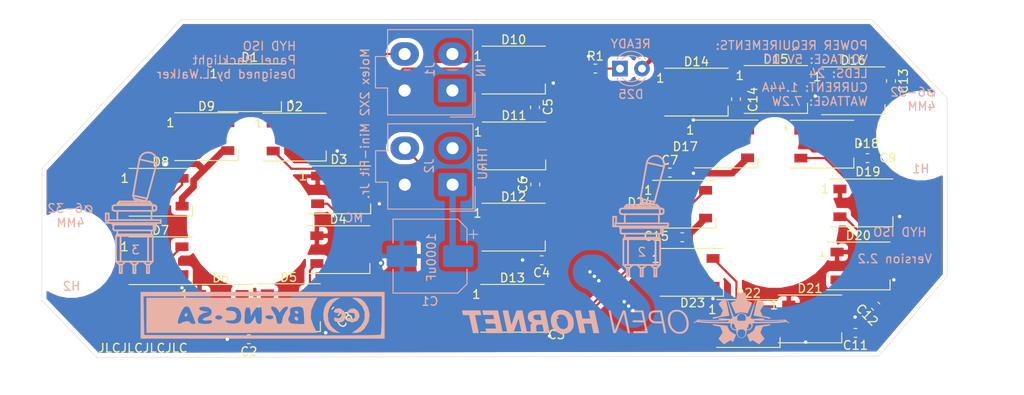
<source format=kicad_pcb>
(kicad_pcb (version 20171130) (host pcbnew "(5.1.12-1-10_14)")
  (layers (0 F.Cu signal) (31 B.Cu signal) (34 B.Paste user hide) (35 F.Paste user hide) (36 B.SilkS user) (37 F.SilkS user) (38 B.Mask user hide) (39 F.Mask user hide) (44 Edge.Cuts user))
  (net 0 "")
  (net 1 "Net-(D1-Pad2)")
  (net 2 "Net-(D2-Pad2)")
  (net 3 "Net-(D3-Pad2)")
  (net 4 "Net-(D4-Pad2)")
  (net 5 "Net-(D5-Pad2)")
  (net 6 "Net-(D7-Pad2)")
  (net 7 "Net-(D8-Pad2)")
  (net 8 "Net-(D10-Pad4)")
  (net 9 "Net-(D10-Pad2)")
  (net 10 "Net-(D11-Pad2)")
  (net 11 "Net-(D12-Pad2)")
  (net 12 "Net-(D13-Pad2)")
  (net 13 "Net-(D14-Pad2)")
  (net 14 "Net-(D15-Pad2)")
  (net 15 "Net-(D16-Pad2)")
  (net 16 "Net-(D17-Pad2)")
  (net 17 "Net-(D18-Pad2)")
  (net 18 "Net-(D19-Pad2)")
  (net 19 "Net-(D20-Pad2)")
  (net 20 "Net-(D21-Pad2)")
  (net 21 "Net-(D22-Pad2)")
  (net 22 "Net-(D23-Pad2)")
  (net 23 "Net-(D6-Pad2)")
  (net 24 "Net-(D25-Pad1)")
  (net 25 /LEDGND)
  (net 26 /LED+5V)
  (net 27 /DATAIN)
  (net 28 /DATAOUT)
  (module OH_Backlighting:Molex_Mini-Fit_Jr_5566-04A_2x02_P4.20mm_Vertical (layer B.Cu) (at 114.9858 79.36484 90)
    (fp_text reference J2 (at 2.16484 -2.6858 90) (layer B.SilkS) (effects (justify mirror)))
    (fp_text value Conn_01x04_Female)
    (pad 4 thru_hole oval (at 4.2 -5.5 90) (size 2.7 3.3) (drill 1.4) (layers *.Cu *.Mask) (net 28 /DATAOUT))
    (pad 3 thru_hole oval (at 0 -5.5 90) (size 2.7 3.3) (drill 1.4) (layers *.Cu *.Mask) (net 25 /LEDGND))
    (pad 2 thru_hole oval (at 4.2 0 90) (size 2.7 3.3) (drill 1.4) (layers *.Cu *.Mask) (net 26 /LED+5V))
    (pad 1 thru_hole roundrect (at 0 0 90) (size 2.7 3.3) (drill 1.4) (layers *.Cu *.Mask) (roundrect_rratio 0.09259296296296296) (net 26 /LED+5V))
  )
  (module OH_Backlighting:Molex_Mini-Fit_Jr_5566-04A_2x02_P4.20mm_Vertical (layer B.Cu) (at 114.96892 68.52042 90)
    (fp_text reference J1 (at 2.42042 -2.56892 90) (layer B.SilkS) (effects (justify mirror)))
    (fp_text value Conn_01x04_Female)
    (pad 4 thru_hole oval (at 4.2 -5.5 90) (size 2.7 3.3) (drill 1.4) (layers *.Cu *.Mask) (net 27 /DATAIN))
    (pad 3 thru_hole oval (at 0 -5.5 90) (size 2.7 3.3) (drill 1.4) (layers *.Cu *.Mask) (net 25 /LEDGND))
    (pad 2 thru_hole oval (at 4.2 0 90) (size 2.7 3.3) (drill 1.4) (layers *.Cu *.Mask) (net 26 /LED+5V))
    (pad 1 thru_hole roundrect (at 0 0 90) (size 2.7 3.3) (drill 1.4) (layers *.Cu *.Mask) (roundrect_rratio 0.09259296296296296) (net 26 /LED+5V))
  )
  (module OH_General:CC-BY-NC-SA-Small (layer B.Cu) (at 93.2 94.4 180)
    (fp_text reference G*** hide)
    (fp_text value LOGO hide)
  )
  (module "OH KiCAD_Libraries:OH_LOGO_37.7mm_5.9mm" (layer B.Cu) (at 134.925 94.775 180)
    (fp_text reference G3 hide)
    (fp_text value LOGO hide)
  )
  (module OH_Backlighting:OH_Panel_6-32_PHS (layer F.Cu) (at 168.901109 73.724776)
    (fp_text reference REF** hide)
    (fp_text value OH_Panel_Fastner_Keepout hide)
    (fp_text user H1 (at 0 3.81) (layer B.SilkS) (effects (justify mirror)))
    (fp_text user ⌀6-32 (at -0.851109 -5.024776) (layer B.SilkS) (effects (justify mirror)))
    (pad "" np_thru_hole circle (at 0 0) (size 4.3 4.3) (drill 4.3) (layers *.Cu *.Mask) (clearance 3))
  )
  (module OH_Backlighting:OH_Panel_6-32_PHS (layer F.Cu) (at 71.111109 87.250276)
    (fp_text reference REF** hide)
    (fp_text value OH_Panel_Fastner_Keepout hide)
    (fp_text user H2 (at 0 3.81) (layer B.SilkS) (effects (justify mirror)))
    (fp_text user ⌀6-32 (at -0.1 -5.16) (layer B.SilkS) (effects (justify mirror)))
    (pad "" np_thru_hole circle (at 0 0) (size 4.3 4.3) (drill 4.3) (layers *.Cu *.Mask) (clearance 3))
  )
  (module OH_Backlighting:100SPX_Toggle_13mm_x_18mm (layer F.Cu) (at 152.073609 83.884776 180)
    (fp_text reference REF** hide)
    (fp_text value 100SPX_Toggle_13mm_x_18mm hide)
    (pad "" np_thru_hole circle (at 0 0 180) (size 12.7 12.7) (drill 12.7) (layers *.Mask B.Cu) (clearance 3.25))
    (pad "" np_thru_hole circle (at 0 0 180) (size 12.7 12.7) (drill 12.7) (layers *.Mask F.Cu) (clearance 1))
    (pad "" np_thru_hole circle (at 0 9.525 180) (size 3.572 3.572) (drill 3.572) (layers *.Cu *.Mask) (clearance 1))
  )
  (module OH_Backlighting:100SPX_Toggle_13mm_x_18mm (layer F.Cu) (at 91.748609 83.884776 180)
    (fp_text reference REF** hide)
    (fp_text value 100SPX_Toggle_13mm_x_18mm hide)
    (pad "" np_thru_hole circle (at 0 0 180) (size 12.7 12.7) (drill 12.7) (layers *.Mask B.Cu) (clearance 3.25))
    (pad "" np_thru_hole circle (at 0 0 180) (size 12.7 12.7) (drill 12.7) (layers *.Mask F.Cu) (clearance 1))
    (pad "" np_thru_hole circle (at 0 9.525 180) (size 3.572 3.572) (drill 3.572) (layers *.Cu *.Mask) (clearance 1))
  )
  (module Resistor_SMD:R_0603_1608Metric (layer F.Cu) (at 131.43494 65.99682)
    (fp_text reference R1 (at 0 -1.43) (layer F.SilkS))
    (fp_text value R)
    (pad 2 smd roundrect (at 0.7875 0) (size 0.875 0.95) (layers F.Cu F.Paste F.Mask) (net 24 "Net-(D25-Pad1)"))
    (pad 1 smd roundrect (at -0.7875 0) (size 0.875 0.95) (layers F.Cu F.Paste F.Mask) (net 25 /LEDGND))
  )
  (module Capacitor_SMD:C_0603_1608Metric (layer F.Cu) (at 141.43726 85.4202)
    (fp_text reference C15 (at -2.98726 -0.1202) (layer F.SilkS))
    (fp_text value C)
    (pad 2 smd roundrect (at 0.7875 0) (size 0.875 0.95) (layers F.Cu F.Paste F.Mask) (net 25 /LEDGND))
    (pad 1 smd roundrect (at -0.7875 0) (size 0.875 0.95) (layers F.Cu F.Paste F.Mask) (net 26 /LED+5V))
  )
  (module Capacitor_SMD:C_0603_1608Metric (layer F.Cu) (at 147.6248 69.51462 270)
    (fp_text reference C14 (at 0.03538 -1.9502 90) (layer F.SilkS))
    (fp_text value C)
    (pad 2 smd roundrect (at 0.7875 0 270) (size 0.875 0.95) (layers F.Cu F.Paste F.Mask) (net 25 /LEDGND))
    (pad 1 smd roundrect (at -0.7875 0 270) (size 0.875 0.95) (layers F.Cu F.Paste F.Mask) (net 26 /LED+5V))
  )
  (module Capacitor_SMD:C_0603_1608Metric (layer F.Cu) (at 165.47084 67.42948 270)
    (fp_text reference C13 (at 0 -1.43 90) (layer F.SilkS))
    (fp_text value C)
    (pad 2 smd roundrect (at 0.7875 0 270) (size 0.875 0.95) (layers F.Cu F.Paste F.Mask) (net 25 /LEDGND))
    (pad 1 smd roundrect (at -0.7875 0 270) (size 0.875 0.95) (layers F.Cu F.Paste F.Mask) (net 26 /LED+5V))
  )
  (module Capacitor_SMD:C_0603_1608Metric (layer F.Cu) (at 163.710033 93.344413 135)
    (fp_text reference C12 (at 0 -1.43 135) (layer F.SilkS))
    (fp_text value C)
    (pad 2 smd roundrect (at 0.7875 0 135) (size 0.875 0.95) (layers F.Cu F.Paste F.Mask) (net 25 /LEDGND))
    (pad 1 smd roundrect (at -0.7875 0 135) (size 0.875 0.95) (layers F.Cu F.Paste F.Mask) (net 26 /LED+5V))
  )
  (module Capacitor_SMD:C_0603_1608Metric (layer F.Cu) (at 161.379 96.42856 180)
    (fp_text reference C11 (at 0 -1.43) (layer F.SilkS))
    (fp_text value C)
    (pad 2 smd roundrect (at 0.7875 0 180) (size 0.875 0.95) (layers F.Cu F.Paste F.Mask) (net 25 /LEDGND))
    (pad 1 smd roundrect (at -0.7875 0 180) (size 0.875 0.95) (layers F.Cu F.Paste F.Mask) (net 26 /LED+5V))
  )
  (module Capacitor_SMD:C_0603_1608Metric (layer F.Cu) (at 162.76056 76.30414 180)
    (fp_text reference C9 (at -2.33944 0.02914) (layer F.SilkS))
    (fp_text value C)
    (pad 2 smd roundrect (at 0.7875 0 180) (size 0.875 0.95) (layers F.Cu F.Paste F.Mask) (net 25 /LEDGND))
    (pad 1 smd roundrect (at -0.7875 0 180) (size 0.875 0.95) (layers F.Cu F.Paste F.Mask) (net 26 /LED+5V))
  )
  (module Capacitor_SMD:C_0603_1608Metric (layer F.Cu) (at 101.563853 93.937407 225)
    (fp_text reference C8 (at 0 -1.43 45) (layer F.SilkS))
    (fp_text value C)
    (pad 2 smd roundrect (at 0.7875 0 225) (size 0.875 0.95) (layers F.Cu F.Paste F.Mask) (net 25 /LEDGND))
    (pad 1 smd roundrect (at -0.7875 0 225) (size 0.875 0.95) (layers F.Cu F.Paste F.Mask) (net 26 /LED+5V))
  )
  (module Capacitor_SMD:C_0603_1608Metric (layer F.Cu) (at 140.00998 77.97292)
    (fp_text reference C7 (at 0 -1.43) (layer F.SilkS))
    (fp_text value C)
    (pad 2 smd roundrect (at 0.7875 0) (size 0.875 0.95) (layers F.Cu F.Paste F.Mask) (net 25 /LEDGND))
    (pad 1 smd roundrect (at -0.7875 0) (size 0.875 0.95) (layers F.Cu F.Paste F.Mask) (net 26 /LED+5V))
  )
  (module Capacitor_SMD:C_0603_1608Metric (layer F.Cu) (at 124.5108 79.34442 90)
    (fp_text reference C6 (at 0 -1.43 90) (layer F.SilkS))
    (fp_text value C)
    (pad 2 smd roundrect (at 0.7875 0 90) (size 0.875 0.95) (layers F.Cu F.Paste F.Mask) (net 25 /LEDGND))
    (pad 1 smd roundrect (at -0.7875 0 90) (size 0.875 0.95) (layers F.Cu F.Paste F.Mask) (net 26 /LED+5V))
  )
  (module Capacitor_SMD:C_0603_1608Metric (layer F.Cu) (at 124.48032 70.46966 90)
    (fp_text reference C5 (at 0.06966 1.49468 90) (layer F.SilkS))
    (fp_text value C)
    (pad 2 smd roundrect (at 0.7875 0 90) (size 0.875 0.95) (layers F.Cu F.Paste F.Mask) (net 25 /LEDGND))
    (pad 1 smd roundrect (at -0.7875 0 90) (size 0.875 0.95) (layers F.Cu F.Paste F.Mask) (net 26 /LED+5V))
  )
  (module Capacitor_SMD:C_0603_1608Metric (layer F.Cu) (at 125.2473 88.06942 180)
    (fp_text reference C4 (at 0 -1.43) (layer F.SilkS))
    (fp_text value C)
    (pad 2 smd roundrect (at 0.7875 0 180) (size 0.875 0.95) (layers F.Cu F.Paste F.Mask) (net 25 /LEDGND))
    (pad 1 smd roundrect (at -0.7875 0 180) (size 0.875 0.95) (layers F.Cu F.Paste F.Mask) (net 26 /LED+5V))
  )
  (module Capacitor_SMD:C_0603_1608Metric (layer F.Cu) (at 126.96962 95.20682 180)
    (fp_text reference C3 (at 0 -1.43) (layer F.SilkS))
    (fp_text value C)
    (pad 2 smd roundrect (at 0.7875 0 180) (size 0.875 0.95) (layers F.Cu F.Paste F.Mask) (net 25 /LEDGND))
    (pad 1 smd roundrect (at -0.7875 0 180) (size 0.875 0.95) (layers F.Cu F.Paste F.Mask) (net 26 /LED+5V))
  )
  (module Capacitor_SMD:C_0603_1608Metric (layer F.Cu) (at 91.529 97.15754 180)
    (fp_text reference C2 (at 0 -1.43) (layer F.SilkS))
    (fp_text value C)
    (pad 2 smd roundrect (at 0.7875 0 180) (size 0.875 0.95) (layers F.Cu F.Paste F.Mask) (net 25 /LEDGND))
    (pad 1 smd roundrect (at -0.7875 0 180) (size 0.875 0.95) (layers F.Cu F.Paste F.Mask) (net 26 /LED+5V))
  )
  (module "Kicad Footprint Files:100SpxToggle" (layer F.Cu) (at 137.287 84.328)
    (fp_text reference G*** hide)
    (fp_text value LOGO hide)
  )
  (module "Kicad Footprint Files:100SpxToggle" (layer F.Cu) (at 78.867 83.947)
    (fp_text reference G*** hide)
    (fp_text value LOGO hide)
  )
  (module Capacitor_SMD:CP_Elec_8x10 (layer B.Cu) (at 112.39246 87.5919 180)
    (fp_text reference C1 (at 0.01746 -5.2081) (layer B.SilkS) (effects (justify mirror)))
    (fp_text value C_Polarized)
    (pad 2 smd roundrect (at 3.25 0 180) (size 3.5 2.5) (layers B.Cu B.Paste B.Mask) (roundrect_rratio 0.1) (net 25 /LEDGND))
    (pad 1 smd roundrect (at -3.25 0 180) (size 3.5 2.5) (layers B.Cu B.Paste B.Mask) (roundrect_rratio 0.1) (net 26 /LED+5V))
  )
  (module LED_THT:LED_D3.0mm (layer B.Cu) (at 134.26 66)
    (fp_text reference D25 (at 1.27 2.96 180) (layer B.SilkS) (effects (justify mirror)))
    (fp_text value LED)
    (pad 2 thru_hole circle (at 2.54 0) (size 1.8 1.8) (drill 0.9) (layers *.Cu *.Mask) (net 26 /LED+5V))
    (pad 1 thru_hole rect (at 0 0) (size 1.8 1.8) (drill 0.9) (layers *.Cu *.Mask) (net 24 "Net-(D25-Pad1)"))
  )
  (module LED_SMD:LED_WS2812B_PLCC4_5.0x5.0mm_P3.2mm (layer F.Cu) (at 156.1476 94.818)
    (fp_text reference D21 (at 0 -3.5) (layer F.SilkS))
    (fp_text value WS2812B)
    (fp_text user 1 (at -4.15 -1.6) (layer F.SilkS))
    (pad 1 smd rect (at -2.45 -1.6) (size 1.5 1) (layers F.Cu F.Paste F.Mask) (net 26 /LED+5V))
    (pad 2 smd rect (at -2.45 1.6) (size 1.5 1) (layers F.Cu F.Paste F.Mask) (net 20 "Net-(D21-Pad2)"))
    (pad 4 smd rect (at 2.45 -1.6) (size 1.5 1) (layers F.Cu F.Paste F.Mask) (net 19 "Net-(D20-Pad2)"))
    (pad 3 smd rect (at 2.45 1.6) (size 1.5 1) (layers F.Cu F.Paste F.Mask) (net 25 /LEDGND))
  )
  (module LED_SMD:LED_WS2812B_PLCC4_5.0x5.0mm_P3.2mm (layer F.Cu) (at 149.0472 95.3516)
    (fp_text reference D22 (at 0 -3.5) (layer F.SilkS))
    (fp_text value WS2812B)
    (fp_text user 1 (at -4.15 -1.6) (layer F.SilkS))
    (pad 1 smd rect (at -2.45 -1.6) (size 1.5 1) (layers F.Cu F.Paste F.Mask) (net 26 /LED+5V))
    (pad 2 smd rect (at -2.45 1.6) (size 1.5 1) (layers F.Cu F.Paste F.Mask) (net 21 "Net-(D22-Pad2)"))
    (pad 4 smd rect (at 2.45 -1.6) (size 1.5 1) (layers F.Cu F.Paste F.Mask) (net 20 "Net-(D21-Pad2)"))
    (pad 3 smd rect (at 2.45 1.6) (size 1.5 1) (layers F.Cu F.Paste F.Mask) (net 25 /LEDGND))
  )
  (module LED_SMD:LED_WS2812B_PLCC4_5.0x5.0mm_P3.2mm (layer F.Cu) (at 161.708 88.722)
    (fp_text reference D20 (at 0 -3.5) (layer F.SilkS))
    (fp_text value WS2812B)
    (fp_text user 1 (at -4.15 -1.6) (layer F.SilkS))
    (pad 1 smd rect (at -2.45 -1.6) (size 1.5 1) (layers F.Cu F.Paste F.Mask) (net 26 /LED+5V))
    (pad 2 smd rect (at -2.45 1.6) (size 1.5 1) (layers F.Cu F.Paste F.Mask) (net 19 "Net-(D20-Pad2)"))
    (pad 4 smd rect (at 2.45 -1.6) (size 1.5 1) (layers F.Cu F.Paste F.Mask) (net 18 "Net-(D19-Pad2)"))
    (pad 3 smd rect (at 2.45 1.6) (size 1.5 1) (layers F.Cu F.Paste F.Mask) (net 25 /LEDGND))
  )
  (module LED_SMD:LED_WS2812B_PLCC4_5.0x5.0mm_P3.2mm (layer F.Cu) (at 142.5332 89.4588)
    (fp_text reference D23 (at 0.0918 3.5162) (layer F.SilkS))
    (fp_text value WS2812B)
    (fp_text user 1 (at -4.15 -1.6) (layer F.SilkS))
    (pad 1 smd rect (at -2.45 -1.6) (size 1.5 1) (layers F.Cu F.Paste F.Mask) (net 26 /LED+5V))
    (pad 2 smd rect (at -2.45 1.6) (size 1.5 1) (layers F.Cu F.Paste F.Mask) (net 22 "Net-(D23-Pad2)"))
    (pad 4 smd rect (at 2.45 -1.6) (size 1.5 1) (layers F.Cu F.Paste F.Mask) (net 21 "Net-(D22-Pad2)"))
    (pad 3 smd rect (at 2.45 1.6) (size 1.5 1) (layers F.Cu F.Paste F.Mask) (net 25 /LEDGND))
  )
  (module LED_SMD:LED_WS2812B_PLCC4_5.0x5.0mm_P3.2mm (layer F.Cu) (at 162.0404 81.458)
    (fp_text reference D19 (at 0.7736 -3.5816) (layer F.SilkS))
    (fp_text value WS2812B)
    (fp_text user 1 (at -4.15 -1.6) (layer F.SilkS))
    (pad 1 smd rect (at -2.45 -1.6) (size 1.5 1) (layers F.Cu F.Paste F.Mask) (net 26 /LED+5V))
    (pad 2 smd rect (at -2.45 1.6) (size 1.5 1) (layers F.Cu F.Paste F.Mask) (net 18 "Net-(D19-Pad2)"))
    (pad 4 smd rect (at 2.45 -1.6) (size 1.5 1) (layers F.Cu F.Paste F.Mask) (net 17 "Net-(D18-Pad2)"))
    (pad 3 smd rect (at 2.45 1.6) (size 1.5 1) (layers F.Cu F.Paste F.Mask) (net 25 /LEDGND))
  )
  (module LED_SMD:LED_WS2812B_PLCC4_5.0x5.0mm_P3.2mm (layer F.Cu) (at 141.6696 81.61)
    (fp_text reference D24 (at -5.0946 -0.185) (layer F.SilkS))
    (fp_text value WS2812B)
    (fp_text user 1 (at -4.15 -1.6) (layer F.SilkS))
    (pad 1 smd rect (at -2.45 -1.6) (size 1.5 1) (layers F.Cu F.Paste F.Mask) (net 26 /LED+5V))
    (pad 2 smd rect (at -2.45 1.6) (size 1.5 1) (layers F.Cu F.Paste F.Mask) (net 28 /DATAOUT))
    (pad 4 smd rect (at 2.45 -1.6) (size 1.5 1) (layers F.Cu F.Paste F.Mask) (net 22 "Net-(D23-Pad2)"))
    (pad 3 smd rect (at 2.45 1.6) (size 1.5 1) (layers F.Cu F.Paste F.Mask) (net 25 /LEDGND))
  )
  (module LED_SMD:LED_WS2812B_PLCC4_5.0x5.0mm_P3.2mm (layer F.Cu) (at 157.5424 74.7012)
    (fp_text reference D18 (at 5.1192 -0.076) (layer F.SilkS))
    (fp_text value WS2812B)
    (fp_text user 1 (at -4.15 -1.6) (layer F.SilkS))
    (pad 1 smd rect (at -2.45 -1.6) (size 1.5 1) (layers F.Cu F.Paste F.Mask) (net 26 /LED+5V))
    (pad 2 smd rect (at -2.45 1.6) (size 1.5 1) (layers F.Cu F.Paste F.Mask) (net 17 "Net-(D18-Pad2)"))
    (pad 4 smd rect (at 2.45 -1.6) (size 1.5 1) (layers F.Cu F.Paste F.Mask) (net 16 "Net-(D17-Pad2)"))
    (pad 3 smd rect (at 2.45 1.6) (size 1.5 1) (layers F.Cu F.Paste F.Mask) (net 25 /LEDGND))
  )
  (module LED_SMD:LED_WS2812B_PLCC4_5.0x5.0mm_P3.2mm (layer F.Cu) (at 146.5072 74.676)
    (fp_text reference D17 (at -4.7244 0.3048) (layer F.SilkS))
    (fp_text value WS2812B)
    (fp_text user 1 (at -4.15 -1.6) (layer F.SilkS))
    (pad 1 smd rect (at -2.45 -1.6) (size 1.5 1) (layers F.Cu F.Paste F.Mask) (net 26 /LED+5V))
    (pad 2 smd rect (at -2.45 1.6) (size 1.5 1) (layers F.Cu F.Paste F.Mask) (net 16 "Net-(D17-Pad2)"))
    (pad 4 smd rect (at 2.45 -1.6) (size 1.5 1) (layers F.Cu F.Paste F.Mask) (net 15 "Net-(D16-Pad2)"))
    (pad 3 smd rect (at 2.45 1.6) (size 1.5 1) (layers F.Cu F.Paste F.Mask) (net 25 /LEDGND))
  )
  (module LED_SMD:LED_WS2812B_PLCC4_5.0x5.0mm_P3.2mm (layer F.Cu) (at 161.126 68.5544)
    (fp_text reference D16 (at 0 -3.5) (layer F.SilkS))
    (fp_text value WS2812B)
    (fp_text user 1 (at -4.15 -1.6) (layer F.SilkS))
    (pad 1 smd rect (at -2.45 -1.6) (size 1.5 1) (layers F.Cu F.Paste F.Mask) (net 26 /LED+5V))
    (pad 2 smd rect (at -2.45 1.6) (size 1.5 1) (layers F.Cu F.Paste F.Mask) (net 15 "Net-(D16-Pad2)"))
    (pad 4 smd rect (at 2.45 -1.6) (size 1.5 1) (layers F.Cu F.Paste F.Mask) (net 14 "Net-(D15-Pad2)"))
    (pad 3 smd rect (at 2.45 1.6) (size 1.5 1) (layers F.Cu F.Paste F.Mask) (net 25 /LEDGND))
  )
  (module LED_SMD:LED_WS2812B_PLCC4_5.0x5.0mm_P3.2mm (layer F.Cu) (at 152.2084 68.402)
    (fp_text reference D15 (at 0 -3.5) (layer F.SilkS))
    (fp_text value WS2812B)
    (fp_text user 1 (at -4.15 -1.6) (layer F.SilkS))
    (pad 1 smd rect (at -2.45 -1.6) (size 1.5 1) (layers F.Cu F.Paste F.Mask) (net 26 /LED+5V))
    (pad 2 smd rect (at -2.45 1.6) (size 1.5 1) (layers F.Cu F.Paste F.Mask) (net 14 "Net-(D15-Pad2)"))
    (pad 4 smd rect (at 2.45 -1.6) (size 1.5 1) (layers F.Cu F.Paste F.Mask) (net 13 "Net-(D14-Pad2)"))
    (pad 3 smd rect (at 2.45 1.6) (size 1.5 1) (layers F.Cu F.Paste F.Mask) (net 25 /LEDGND))
  )
  (module LED_SMD:LED_WS2812B_PLCC4_5.0x5.0mm_P3.2mm (layer F.Cu) (at 143.0644 68.7068)
    (fp_text reference D14 (at 0 -3.5) (layer F.SilkS))
    (fp_text value WS2812B)
    (fp_text user 1 (at -4.15 -1.6) (layer F.SilkS))
    (pad 1 smd rect (at -2.45 -1.6) (size 1.5 1) (layers F.Cu F.Paste F.Mask) (net 26 /LED+5V))
    (pad 2 smd rect (at -2.45 1.6) (size 1.5 1) (layers F.Cu F.Paste F.Mask) (net 13 "Net-(D14-Pad2)"))
    (pad 4 smd rect (at 2.45 -1.6) (size 1.5 1) (layers F.Cu F.Paste F.Mask) (net 12 "Net-(D13-Pad2)"))
    (pad 3 smd rect (at 2.45 1.6) (size 1.5 1) (layers F.Cu F.Paste F.Mask) (net 25 /LEDGND))
  )
  (module LED_SMD:LED_WS2812B_PLCC4_5.0x5.0mm_P3.2mm (layer F.Cu) (at 121.8808 93.5988)
    (fp_text reference D13 (at 0 -3.5) (layer F.SilkS))
    (fp_text value WS2812B)
    (fp_text user 1 (at -4.15 -1.6) (layer F.SilkS))
    (pad 1 smd rect (at -2.45 -1.6) (size 1.5 1) (layers F.Cu F.Paste F.Mask) (net 26 /LED+5V))
    (pad 2 smd rect (at -2.45 1.6) (size 1.5 1) (layers F.Cu F.Paste F.Mask) (net 12 "Net-(D13-Pad2)"))
    (pad 4 smd rect (at 2.45 -1.6) (size 1.5 1) (layers F.Cu F.Paste F.Mask) (net 11 "Net-(D12-Pad2)"))
    (pad 3 smd rect (at 2.45 1.6) (size 1.5 1) (layers F.Cu F.Paste F.Mask) (net 25 /LEDGND))
  )
  (module LED_SMD:LED_WS2812B_PLCC4_5.0x5.0mm_P3.2mm (layer F.Cu) (at 122.01 84.2516)
    (fp_text reference D12 (at 0 -3.5) (layer F.SilkS))
    (fp_text value WS2812B)
    (fp_text user 1 (at -4.15 -1.6) (layer F.SilkS))
    (pad 1 smd rect (at -2.45 -1.6) (size 1.5 1) (layers F.Cu F.Paste F.Mask) (net 26 /LED+5V))
    (pad 2 smd rect (at -2.45 1.6) (size 1.5 1) (layers F.Cu F.Paste F.Mask) (net 11 "Net-(D12-Pad2)"))
    (pad 4 smd rect (at 2.45 -1.6) (size 1.5 1) (layers F.Cu F.Paste F.Mask) (net 10 "Net-(D11-Pad2)"))
    (pad 3 smd rect (at 2.45 1.6) (size 1.5 1) (layers F.Cu F.Paste F.Mask) (net 25 /LEDGND))
  )
  (module LED_SMD:LED_WS2812B_PLCC4_5.0x5.0mm_P3.2mm (layer F.Cu) (at 122.0608 74.9044)
    (fp_text reference D11 (at 0 -3.5) (layer F.SilkS))
    (fp_text value WS2812B)
    (fp_text user 1 (at -4.15 -1.6) (layer F.SilkS))
    (pad 1 smd rect (at -2.45 -1.6) (size 1.5 1) (layers F.Cu F.Paste F.Mask) (net 26 /LED+5V))
    (pad 2 smd rect (at -2.45 1.6) (size 1.5 1) (layers F.Cu F.Paste F.Mask) (net 10 "Net-(D11-Pad2)"))
    (pad 4 smd rect (at 2.45 -1.6) (size 1.5 1) (layers F.Cu F.Paste F.Mask) (net 9 "Net-(D10-Pad2)"))
    (pad 3 smd rect (at 2.45 1.6) (size 1.5 1) (layers F.Cu F.Paste F.Mask) (net 25 /LEDGND))
  )
  (module LED_SMD:LED_WS2812B_PLCC4_5.0x5.0mm_P3.2mm (layer F.Cu) (at 122.0216 66.1668)
    (fp_text reference D10 (at 0 -3.5) (layer F.SilkS))
    (fp_text value WS2812B)
    (fp_text user 1 (at -4.15 -1.6) (layer F.SilkS))
    (pad 1 smd rect (at -2.45 -1.6) (size 1.5 1) (layers F.Cu F.Paste F.Mask) (net 26 /LED+5V))
    (pad 2 smd rect (at -2.45 1.6) (size 1.5 1) (layers F.Cu F.Paste F.Mask) (net 9 "Net-(D10-Pad2)"))
    (pad 4 smd rect (at 2.45 -1.6) (size 1.5 1) (layers F.Cu F.Paste F.Mask) (net 8 "Net-(D10-Pad4)"))
    (pad 3 smd rect (at 2.45 1.6) (size 1.5 1) (layers F.Cu F.Paste F.Mask) (net 25 /LEDGND))
  )
  (module LED_SMD:LED_WS2812B_PLCC4_5.0x5.0mm_P3.2mm (layer F.Cu) (at 86.6532 73.8376)
    (fp_text reference D9 (at 0 -3.5) (layer F.SilkS))
    (fp_text value WS2812B)
    (fp_text user 1 (at -4.15 -1.6) (layer F.SilkS))
    (pad 1 smd rect (at -2.45 -1.6) (size 1.5 1) (layers F.Cu F.Paste F.Mask) (net 26 /LED+5V))
    (pad 2 smd rect (at -2.45 1.6) (size 1.5 1) (layers F.Cu F.Paste F.Mask) (net 8 "Net-(D10-Pad4)"))
    (pad 4 smd rect (at 2.45 -1.6) (size 1.5 1) (layers F.Cu F.Paste F.Mask) (net 7 "Net-(D8-Pad2)"))
    (pad 3 smd rect (at 2.45 1.6) (size 1.5 1) (layers F.Cu F.Paste F.Mask) (net 25 /LEDGND))
  )
  (module LED_SMD:LED_WS2812B_PLCC4_5.0x5.0mm_P3.2mm (layer F.Cu) (at 81.3932 80.2388)
    (fp_text reference D8 (at 0 -3.5) (layer F.SilkS))
    (fp_text value WS2812B)
    (fp_text user 1 (at -4.15 -1.6) (layer F.SilkS))
    (pad 1 smd rect (at -2.45 -1.6) (size 1.5 1) (layers F.Cu F.Paste F.Mask) (net 26 /LED+5V))
    (pad 2 smd rect (at -2.45 1.6) (size 1.5 1) (layers F.Cu F.Paste F.Mask) (net 7 "Net-(D8-Pad2)"))
    (pad 4 smd rect (at 2.45 -1.6) (size 1.5 1) (layers F.Cu F.Paste F.Mask) (net 6 "Net-(D7-Pad2)"))
    (pad 3 smd rect (at 2.45 1.6) (size 1.5 1) (layers F.Cu F.Paste F.Mask) (net 25 /LEDGND))
  )
  (module LED_SMD:LED_WS2812B_PLCC4_5.0x5.0mm_P3.2mm (layer F.Cu) (at 81.37 88.1128)
    (fp_text reference D7 (at 0 -3.5) (layer F.SilkS))
    (fp_text value WS2812B)
    (fp_text user 1 (at -4.15 -1.6) (layer F.SilkS))
    (pad 1 smd rect (at -2.45 -1.6) (size 1.5 1) (layers F.Cu F.Paste F.Mask) (net 26 /LED+5V))
    (pad 2 smd rect (at -2.45 1.6) (size 1.5 1) (layers F.Cu F.Paste F.Mask) (net 6 "Net-(D7-Pad2)"))
    (pad 4 smd rect (at 2.45 -1.6) (size 1.5 1) (layers F.Cu F.Paste F.Mask) (net 23 "Net-(D6-Pad2)"))
    (pad 3 smd rect (at 2.45 1.6) (size 1.5 1) (layers F.Cu F.Paste F.Mask) (net 25 /LEDGND))
  )
  (module LED_SMD:LED_WS2812B_PLCC4_5.0x5.0mm_P3.2mm (layer F.Cu) (at 88.302 93.5988)
    (fp_text reference D6 (at 0 -3.5) (layer F.SilkS))
    (fp_text value WS2812B)
    (fp_text user 1 (at -4.15 -1.6) (layer F.SilkS))
    (pad 1 smd rect (at -2.45 -1.6) (size 1.5 1) (layers F.Cu F.Paste F.Mask) (net 26 /LED+5V))
    (pad 2 smd rect (at -2.45 1.6) (size 1.5 1) (layers F.Cu F.Paste F.Mask) (net 23 "Net-(D6-Pad2)"))
    (pad 4 smd rect (at 2.45 -1.6) (size 1.5 1) (layers F.Cu F.Paste F.Mask) (net 5 "Net-(D5-Pad2)"))
    (pad 3 smd rect (at 2.45 1.6) (size 1.5 1) (layers F.Cu F.Paste F.Mask) (net 25 /LEDGND))
  )
  (module LED_SMD:LED_WS2812B_PLCC4_5.0x5.0mm_P3.2mm (layer F.Cu) (at 96.1136 93.5228)
    (fp_text reference D5 (at 0 -3.5) (layer F.SilkS))
    (fp_text value WS2812B)
    (fp_text user 1 (at -4.15 -1.6) (layer F.SilkS))
    (pad 1 smd rect (at -2.45 -1.6) (size 1.5 1) (layers F.Cu F.Paste F.Mask) (net 26 /LED+5V))
    (pad 2 smd rect (at -2.45 1.6) (size 1.5 1) (layers F.Cu F.Paste F.Mask) (net 5 "Net-(D5-Pad2)"))
    (pad 4 smd rect (at 2.45 -1.6) (size 1.5 1) (layers F.Cu F.Paste F.Mask) (net 4 "Net-(D4-Pad2)"))
    (pad 3 smd rect (at 2.45 1.6) (size 1.5 1) (layers F.Cu F.Paste F.Mask) (net 25 /LEDGND))
  )
  (module LED_SMD:LED_WS2812B_PLCC4_5.0x5.0mm_P3.2mm (layer F.Cu) (at 101.8148 86.8424)
    (fp_text reference D4 (at 0 -3.5) (layer F.SilkS))
    (fp_text value WS2812B)
    (fp_text user 1 (at -4.15 -1.6) (layer F.SilkS))
    (pad 1 smd rect (at -2.45 -1.6) (size 1.5 1) (layers F.Cu F.Paste F.Mask) (net 26 /LED+5V))
    (pad 2 smd rect (at -2.45 1.6) (size 1.5 1) (layers F.Cu F.Paste F.Mask) (net 4 "Net-(D4-Pad2)"))
    (pad 4 smd rect (at 2.45 -1.6) (size 1.5 1) (layers F.Cu F.Paste F.Mask) (net 3 "Net-(D3-Pad2)"))
    (pad 3 smd rect (at 2.45 1.6) (size 1.5 1) (layers F.Cu F.Paste F.Mask) (net 25 /LEDGND))
  )
  (module LED_SMD:LED_WS2812B_PLCC4_5.0x5.0mm_P3.2mm (layer F.Cu) (at 101.9048 79.9592)
    (fp_text reference D3 (at 0 -3.5) (layer F.SilkS))
    (fp_text value WS2812B)
    (fp_text user 1 (at -4.15 -1.6) (layer F.SilkS))
    (pad 1 smd rect (at -2.45 -1.6) (size 1.5 1) (layers F.Cu F.Paste F.Mask) (net 26 /LED+5V))
    (pad 2 smd rect (at -2.45 1.6) (size 1.5 1) (layers F.Cu F.Paste F.Mask) (net 3 "Net-(D3-Pad2)"))
    (pad 4 smd rect (at 2.45 -1.6) (size 1.5 1) (layers F.Cu F.Paste F.Mask) (net 2 "Net-(D2-Pad2)"))
    (pad 3 smd rect (at 2.45 1.6) (size 1.5 1) (layers F.Cu F.Paste F.Mask) (net 25 /LEDGND))
  )
  (module LED_SMD:LED_WS2812B_PLCC4_5.0x5.0mm_P3.2mm (layer F.Cu) (at 96.7856 73.8884)
    (fp_text reference D2 (at 0 -3.5) (layer F.SilkS))
    (fp_text value WS2812B)
    (fp_text user 1 (at -4.15 -1.6) (layer F.SilkS))
    (pad 1 smd rect (at -2.45 -1.6) (size 1.5 1) (layers F.Cu F.Paste F.Mask) (net 26 /LED+5V))
    (pad 2 smd rect (at -2.45 1.6) (size 1.5 1) (layers F.Cu F.Paste F.Mask) (net 2 "Net-(D2-Pad2)"))
    (pad 4 smd rect (at 2.45 -1.6) (size 1.5 1) (layers F.Cu F.Paste F.Mask) (net 1 "Net-(D1-Pad2)"))
    (pad 3 smd rect (at 2.45 1.6) (size 1.5 1) (layers F.Cu F.Paste F.Mask) (net 25 /LEDGND))
  )
  (module LED_SMD:LED_WS2812B_PLCC4_5.0x5.0mm_P3.2mm (layer F.Cu) (at 91.6316 68.1988)
    (fp_text reference D1 (at 0 -3.5) (layer F.SilkS))
    (fp_text value WS2812B)
    (fp_text user 1 (at -4.15 -1.6) (layer F.SilkS))
    (pad 1 smd rect (at -2.45 -1.6) (size 1.5 1) (layers F.Cu F.Paste F.Mask) (net 26 /LED+5V))
    (pad 2 smd rect (at -2.45 1.6) (size 1.5 1) (layers F.Cu F.Paste F.Mask) (net 1 "Net-(D1-Pad2)"))
    (pad 4 smd rect (at 2.45 -1.6) (size 1.5 1) (layers F.Cu F.Paste F.Mask) (net 27 /DATAIN))
    (pad 3 smd rect (at 2.45 1.6) (size 1.5 1) (layers F.Cu F.Paste F.Mask) (net 25 /LEDGND))
  )
  (gr_text JLCJLCJLCJLC (at 79.33 98.18) (layer F.SilkS) (effects (font (size 1 1))))
  (gr_text 4MM (at 169 70.35) (layer B.SilkS) (effects (font (size 1 1)) (justify mirror)))
  (gr_text 4MM (at 71.011109 83.75) (layer B.SilkS) (effects (font (size 1 1)) (justify mirror)))
  (gr_text "HYD ISO" (at 166.497 84.836) (layer B.SilkS) (effects (font (size 1 1)) (justify mirror)))
  (gr_text "HYD ISO\nPanel Backlight\nDesigned by L.Walker" (at 97.075 65.025) (layer B.SilkS) (effects (font (size 1 1)) (justify left mirror)))
  (gr_text 2 (at 136.779 87.122) (layer B.SilkS) (effects (font (size 1 1)) (justify mirror)))
  (gr_text 3 (at 78.486 86.868) (layer B.SilkS) (effects (font (size 1 1)) (justify mirror)))
  (gr_line (start 171.958 89.8652) (end 164.05 99.1) (layer Edge.Cuts) (width 0.05))
  (gr_line (start 74 99.25) (end 164.05 99.1) (layer Edge.Cuts) (width 0.05))
  (gr_line (start 67.7 92.7) (end 74 99.25) (layer Edge.Cuts) (width 0.05))
  (gr_line (start 67.7164 77.5208) (end 67.7 92.7) (layer Edge.Cuts) (width 0.05))
  (gr_text "POWER REQUIREMENTS:\nVOLTAGE: 5V DC\nLEDS: 24\nCURRENT: 1.44A\nWATTAGE: 7.2W" (at 162.9016 66.5508) (layer B.SilkS) (effects (font (size 1 1)) (justify left mirror)))
  (gr_text 1000uF (at 112.55 87.75 90) (layer B.SilkS) (effects (font (size 1 1)) (justify mirror)))
  (gr_text READY (at 135.5 63.15) (layer B.SilkS) (effects (font (size 1 1)) (justify mirror)))
  (gr_text MC (at 103.632 83.185) (layer B.SilkS) (effects (font (size 1 1)) (justify mirror)))
  (gr_text "Version 2.2" (at 165.9 87.9) (layer B.SilkS) (effects (font (size 1 1)) (justify mirror)))
  (gr_text THRU (at 118.45 76.9 90) (layer B.SilkS) (effects (font (size 1 1)) (justify mirror)))
  (gr_text IN (at 118.25 66.225 90) (layer B.SilkS) (effects (font (size 1 1)) (justify mirror)))
  (gr_text "Molex 2X2 Mini-Fit Jr." (at 104.9 72.325 90) (layer B.SilkS) (effects (font (size 1 1)) (justify mirror)))
  (gr_line (start 83.7184 60.3504) (end 163.2712 60.3504) (layer Edge.Cuts) (width 0.05))
  (gr_line (start 67.7164 77.5208) (end 83.7184 60.3504) (layer Edge.Cuts) (width 0.05))
  (gr_line (start 171.958 69.4436) (end 171.958 89.8652) (layer Edge.Cuts) (width 0.05))
  (gr_line (start 163.2712 60.3504) (end 171.958 69.4436) (layer Edge.Cuts) (width 0.05))
  (segment (start 97.571001 70.623801) (end 99.2356 72.2884) (width 0.25) (layer F.Cu) (net 1))
  (segment (start 90.006601 70.623801) (end 97.571001 70.623801) (width 0.25) (layer F.Cu) (net 1))
  (segment (start 89.1816 69.7988) (end 90.006601 70.623801) (width 0.25) (layer F.Cu) (net 1))
  (segment (start 96.436752 77.534199) (end 94.65961 75.757057) (width 0.25) (layer F.Cu) (net 2))
  (segment (start 104.3548 78.3592) (end 103.529799 77.534199) (width 0.25) (layer F.Cu) (net 2))
  (segment (start 94.65961 75.757057) (end 94.65961 75.4884) (width 0.25) (layer F.Cu) (net 2))
  (segment (start 103.529799 77.534199) (end 96.436752 77.534199) (width 0.25) (layer F.Cu) (net 2))
  (segment (start 100.5816 81.5592) (end 104.2648 85.2424) (width 0.25) (layer F.Cu) (net 3))
  (segment (start 99.4548 81.5592) (end 100.5816 81.5592) (width 0.25) (layer F.Cu) (net 3))
  (segment (start 98.5636 89.2436) (end 99.3648 88.4424) (width 0.25) (layer F.Cu) (net 4))
  (segment (start 98.5636 91.9228) (end 98.5636 89.2436) (width 0.25) (layer F.Cu) (net 4))
  (segment (start 90.752 92.2112) (end 93.6636 95.1228) (width 0.25) (layer F.Cu) (net 5))
  (segment (start 90.752 91.9988) (end 90.752 92.2112) (width 0.25) (layer F.Cu) (net 5))
  (segment (start 79.995001 88.637799) (end 78.92 89.7128) (width 0.25) (layer F.Cu) (net 6))
  (segment (start 79.995001 83.236999) (end 79.995001 88.637799) (width 0.25) (layer F.Cu) (net 6))
  (segment (start 83.8432 79.3888) (end 79.995001 83.236999) (width 0.25) (layer F.Cu) (net 6))
  (segment (start 83.8432 78.6388) (end 83.8432 79.3888) (width 0.25) (layer F.Cu) (net 6))
  (segment (start 80.018201 80.763799) (end 78.9432 81.8388) (width 0.25) (layer F.Cu) (net 7))
  (segment (start 81.45067 76.23761) (end 80.018201 77.670079) (width 0.25) (layer F.Cu) (net 7))
  (segment (start 82.265541 76.23761) (end 81.45067 76.23761) (width 0.25) (layer F.Cu) (net 7))
  (segment (start 82.290532 76.262601) (end 82.265541 76.23761) (width 0.25) (layer F.Cu) (net 7))
  (segment (start 85.828199 76.262601) (end 82.290532 76.262601) (width 0.25) (layer F.Cu) (net 7))
  (segment (start 89.1032 72.9876) (end 85.828199 76.262601) (width 0.25) (layer F.Cu) (net 7))
  (segment (start 80.018201 77.670079) (end 80.018201 80.763799) (width 0.25) (layer F.Cu) (net 7))
  (segment (start 89.1032 72.2376) (end 89.1032 72.9876) (width 0.25) (layer F.Cu) (net 7))
  (segment (start 123.04297 65.99543) (end 124.4716 64.5668) (width 0.25) (layer F.Cu) (net 8))
  (segment (start 109.325089 65.99543) (end 123.04297 65.99543) (width 0.25) (layer F.Cu) (net 8))
  (segment (start 106.34672 68.973799) (end 109.325089 65.99543) (width 0.25) (layer F.Cu) (net 8))
  (segment (start 88.171599 68.973799) (end 106.34672 68.973799) (width 0.25) (layer F.Cu) (net 8))
  (segment (start 86.01679 71.128608) (end 88.171599 68.973799) (width 0.25) (layer F.Cu) (net 8))
  (segment (start 86.01679 73.62401) (end 86.01679 71.128608) (width 0.25) (layer F.Cu) (net 8))
  (segment (start 84.2032 75.4376) (end 86.01679 73.62401) (width 0.25) (layer F.Cu) (net 8))
  (segment (start 124.5108 72.706) (end 119.5716 67.7668) (width 0.25) (layer F.Cu) (net 9))
  (segment (start 124.5108 73.3044) (end 124.5108 72.706) (width 0.25) (layer F.Cu) (net 9))
  (segment (start 124.46 81.3536) (end 119.6108 76.5044) (width 0.25) (layer F.Cu) (net 10))
  (segment (start 124.46 82.6516) (end 124.46 81.3536) (width 0.25) (layer F.Cu) (net 10))
  (segment (start 124.3308 90.6224) (end 119.56 85.8516) (width 0.25) (layer F.Cu) (net 11))
  (segment (start 124.3308 91.9988) (end 124.3308 90.6224) (width 0.25) (layer F.Cu) (net 11))
  (segment (start 144.689399 66.281799) (end 145.5144 67.1068) (width 0.25) (layer F.Cu) (net 12))
  (segment (start 138.144599 67.741599) (end 139.604399 66.281799) (width 0.25) (layer F.Cu) (net 12))
  (segment (start 138.144599 86.063335) (end 138.144599 67.741599) (width 0.25) (layer F.Cu) (net 12))
  (segment (start 126.691153 97.516781) (end 138.144599 86.063335) (width 0.25) (layer F.Cu) (net 12))
  (segment (start 139.604399 66.281799) (end 144.689399 66.281799) (width 0.25) (layer F.Cu) (net 12))
  (segment (start 120.998781 97.516781) (end 126.691153 97.516781) (width 0.25) (layer F.Cu) (net 12))
  (segment (start 119.4308 95.9488) (end 120.998781 97.516781) (width 0.25) (layer F.Cu) (net 12))
  (segment (start 119.4308 95.1988) (end 119.4308 95.9488) (width 0.25) (layer F.Cu) (net 12))
  (segment (start 153.833399 67.627001) (end 154.6584 66.802) (width 0.25) (layer F.Cu) (net 13))
  (segment (start 148.435768 69.48963) (end 150.298397 67.627001) (width 0.25) (layer F.Cu) (net 13))
  (segment (start 150.298397 67.627001) (end 153.833399 67.627001) (width 0.25) (layer F.Cu) (net 13))
  (segment (start 144.270098 69.36486) (end 147.018546 69.36486) (width 0.25) (layer F.Cu) (net 13))
  (segment (start 147.143316 69.48963) (end 148.435768 69.48963) (width 0.25) (layer F.Cu) (net 13))
  (segment (start 147.018546 69.36486) (end 147.143316 69.48963) (width 0.25) (layer F.Cu) (net 13))
  (segment (start 143.328158 70.3068) (end 144.270098 69.36486) (width 0.25) (layer F.Cu) (net 13))
  (segment (start 140.6144 70.3068) (end 143.328158 70.3068) (width 0.25) (layer F.Cu) (net 13))
  (segment (start 155.045997 67.779401) (end 162.750999 67.779401) (width 0.25) (layer F.Cu) (net 14))
  (segment (start 152.823398 70.002) (end 155.045997 67.779401) (width 0.25) (layer F.Cu) (net 14))
  (segment (start 162.750999 67.779401) (end 163.576 66.9544) (width 0.25) (layer F.Cu) (net 14))
  (segment (start 149.7584 70.002) (end 152.823398 70.002) (width 0.25) (layer F.Cu) (net 14))
  (segment (start 150.584425 71.448775) (end 148.9572 73.076) (width 0.25) (layer F.Cu) (net 15))
  (segment (start 153.47089 71.448775) (end 150.584425 71.448775) (width 0.25) (layer F.Cu) (net 15))
  (segment (start 154.090636 72.068521) (end 153.47089 71.448775) (width 0.25) (layer F.Cu) (net 15))
  (segment (start 157.511879 72.068521) (end 154.090636 72.068521) (width 0.25) (layer F.Cu) (net 15))
  (segment (start 158.676 70.9044) (end 157.511879 72.068521) (width 0.25) (layer F.Cu) (net 15))
  (segment (start 158.676 70.1544) (end 158.676 70.9044) (width 0.25) (layer F.Cu) (net 15))
  (segment (start 159.9924 69.635798) (end 159.9924 73.1012) (width 0.25) (layer F.Cu) (net 16))
  (segment (start 156.53258 71.3867) (end 156.53258 70.462818) (width 0.25) (layer F.Cu) (net 16))
  (segment (start 156.300769 71.618511) (end 156.53258 71.3867) (width 0.25) (layer F.Cu) (net 16))
  (segment (start 156.53258 70.462818) (end 157.665999 69.329399) (width 0.25) (layer F.Cu) (net 16))
  (segment (start 144.0572 76.276) (end 144.0572 75.526) (width 0.25) (layer F.Cu) (net 16))
  (segment (start 159.686001 69.329399) (end 159.9924 69.635798) (width 0.25) (layer F.Cu) (net 16))
  (segment (start 144.0572 75.526) (end 148.584435 70.998765) (width 0.25) (layer F.Cu) (net 16))
  (segment (start 157.665999 69.329399) (end 159.686001 69.329399) (width 0.25) (layer F.Cu) (net 16))
  (segment (start 154.277036 71.618511) (end 156.300769 71.618511) (width 0.25) (layer F.Cu) (net 16))
  (segment (start 148.584435 70.998765) (end 153.657291 70.998766) (width 0.25) (layer F.Cu) (net 16))
  (segment (start 153.657291 70.998766) (end 154.277036 71.618511) (width 0.25) (layer F.Cu) (net 16))
  (segment (start 161.425402 79.858) (end 157.868602 76.3012) (width 0.25) (layer F.Cu) (net 17))
  (segment (start 157.868602 76.3012) (end 155.0924 76.3012) (width 0.25) (layer F.Cu) (net 17))
  (segment (start 164.4904 79.858) (end 161.425402 79.858) (width 0.25) (layer F.Cu) (net 17))
  (segment (start 160.094 83.058) (end 164.158 87.122) (width 0.25) (layer F.Cu) (net 18))
  (segment (start 159.5904 83.058) (end 160.094 83.058) (width 0.25) (layer F.Cu) (net 18))
  (segment (start 158.5976 93.218) (end 158.507 93.218) (width 0.25) (layer F.Cu) (net 19))
  (segment (start 159.258 92.467) (end 159.258 90.322) (width 0.25) (layer F.Cu) (net 19))
  (segment (start 158.507 93.218) (end 159.258 92.467) (width 0.25) (layer F.Cu) (net 19))
  (segment (start 153.6976 94.952) (end 153.6976 96.418) (width 0.25) (layer F.Cu) (net 20))
  (segment (start 152.4972 93.7516) (end 153.6976 94.952) (width 0.25) (layer F.Cu) (net 20))
  (segment (start 151.4972 93.7516) (end 152.4972 93.7516) (width 0.25) (layer F.Cu) (net 20))
  (segment (start 147.672201 95.876599) (end 146.5972 96.9516) (width 0.25) (layer F.Cu) (net 21))
  (segment (start 147.672201 90.547801) (end 147.672201 95.876599) (width 0.25) (layer F.Cu) (net 21))
  (segment (start 144.9832 87.8588) (end 147.672201 90.547801) (width 0.25) (layer F.Cu) (net 21))
  (segment (start 141.46225 89.67975) (end 140.0832 91.0588) (width 0.25) (layer F.Cu) (net 22))
  (segment (start 141.46225 82.66735) (end 141.46225 89.67975) (width 0.25) (layer F.Cu) (net 22))
  (segment (start 144.1196 80.01) (end 141.46225 82.66735) (width 0.25) (layer F.Cu) (net 22))
  (segment (start 82.744999 92.091799) (end 85.852 95.1988) (width 0.25) (layer F.Cu) (net 23))
  (segment (start 82.744999 87.587801) (end 82.744999 92.091799) (width 0.25) (layer F.Cu) (net 23))
  (segment (start 83.82 86.5128) (end 82.744999 87.587801) (width 0.25) (layer F.Cu) (net 23))
  (segment (start 132.22562 66) (end 132.22244 65.99682) (width 0.25) (layer F.Cu) (net 24))
  (segment (start 134.26 66) (end 132.22562 66) (width 0.25) (layer F.Cu) (net 24))
  (segment (start 100.37846 95.1228) (end 101.007006 94.494254) (width 0.75) (layer F.Cu) (net 25))
  (segment (start 98.5636 95.1228) (end 100.37846 95.1228) (width 0.75) (layer F.Cu) (net 25))
  (segment (start 90.752 97.14704) (end 90.7415 97.15754) (width 0.75) (layer F.Cu) (net 25))
  (segment (start 90.752 95.1988) (end 90.752 97.14704) (width 0.75) (layer F.Cu) (net 25))
  (segment (start 90.7415 97.15754) (end 89.0524 97.16008) (width 0.75) (layer F.Cu) (net 25))
  (segment (start 89.0524 97.16008) (end 89.05494 97.15754) (width 0.75) (layer F.Cu) (net 25))
  (via (at 89.0524 97.16008) (size 0.8) (drill 0.4) (layers F.Cu B.Cu) (net 25))
  (segment (start 100.37846 95.1228) (end 100.37846 96.41566) (width 0.75) (layer F.Cu) (net 25))
  (segment (start 100.37846 96.41566) (end 100.37846 96.41566) (width 0.75) (layer F.Cu) (net 25))
  (via (at 100.37846 96.41566) (size 0.8) (drill 0.4) (layers F.Cu B.Cu) (net 25))
  (segment (start 83.82 89.7128) (end 83.83016 91.24188) (width 0.75) (layer F.Cu) (net 25))
  (segment (start 83.83016 91.24188) (end 83.82 91.23172) (width 0.75) (layer F.Cu) (net 25))
  (via (at 83.83016 91.24188) (size 0.8) (drill 0.4) (layers F.Cu B.Cu) (net 25))
  (segment (start 94.0816 69.7988) (end 96.40062 69.79158) (width 0.75) (layer F.Cu) (net 25))
  (segment (start 96.40062 69.79158) (end 96.3934 69.7988) (width 0.75) (layer F.Cu) (net 25))
  (via (at 96.40062 69.79158) (size 0.8) (drill 0.4) (layers F.Cu B.Cu) (net 25))
  (segment (start 99.2356 75.4884) (end 101.71176 75.47864) (width 0.75) (layer F.Cu) (net 25))
  (segment (start 101.71176 75.47864) (end 101.702 75.4884) (width 0.75) (layer F.Cu) (net 25))
  (via (at 101.71176 75.47864) (size 0.8) (drill 0.4) (layers F.Cu B.Cu) (net 25))
  (segment (start 104.3548 81.5592) (end 106.55066 81.5592) (width 0.75) (layer F.Cu) (net 25))
  (segment (start 106.55066 81.5592) (end 106.55066 81.5592) (width 0.75) (layer F.Cu) (net 25))
  (via (at 106.55066 81.5592) (size 0.8) (drill 0.4) (layers F.Cu B.Cu) (net 25))
  (segment (start 104.2648 88.4424) (end 106.71556 88.38946) (width 0.75) (layer F.Cu) (net 25))
  (segment (start 106.71556 88.38946) (end 106.66262 88.4424) (width 0.75) (layer F.Cu) (net 25))
  (via (at 106.71556 88.38946) (size 0.8) (drill 0.4) (layers F.Cu B.Cu) (net 25))
  (segment (start 124.4716 69.67344) (end 124.48032 69.68216) (width 0.75) (layer F.Cu) (net 25))
  (segment (start 124.4716 67.7668) (end 126.58852 67.66306) (width 0.75) (layer F.Cu) (net 25))
  (segment (start 130.64744 65.99682) (end 130.64744 64.58204) (width 0.75) (layer F.Cu) (net 25))
  (segment (start 130.64744 64.58204) (end 130.64744 64.58204) (width 0.75) (layer F.Cu) (net 25))
  (via (at 130.64744 64.58204) (size 0.8) (drill 0.4) (layers F.Cu B.Cu) (net 25))
  (segment (start 124.48032 67.77552) (end 124.4716 67.7668) (width 0.75) (layer F.Cu) (net 25))
  (segment (start 124.48032 69.68216) (end 124.48032 67.77552) (width 0.75) (layer F.Cu) (net 25))
  (segment (start 126.58852 67.66306) (end 126.37824 67.7668) (width 0.75) (layer F.Cu) (net 25))
  (via (at 126.58852 67.66306) (size 0.8) (drill 0.4) (layers F.Cu B.Cu) (net 25))
  (segment (start 124.5108 76.5044) (end 124.5108 78.55692) (width 0.75) (layer F.Cu) (net 25))
  (segment (start 124.46 88.06922) (end 124.4598 88.06942) (width 0.75) (layer F.Cu) (net 25))
  (segment (start 124.46 85.8516) (end 124.46 88.06922) (width 0.75) (layer F.Cu) (net 25))
  (segment (start 124.4598 88.06942) (end 123.04522 88.03894) (width 0.75) (layer F.Cu) (net 25))
  (segment (start 123.04522 88.03894) (end 123.0757 88.06942) (width 0.75) (layer F.Cu) (net 25))
  (via (at 123.04522 88.03894) (size 0.8) (drill 0.4) (layers F.Cu B.Cu) (net 25))
  (segment (start 124.5108 78.55692) (end 123.02236 78.56474) (width 0.75) (layer F.Cu) (net 25))
  (segment (start 123.02236 78.56474) (end 123.03018 78.55692) (width 0.75) (layer F.Cu) (net 25))
  (via (at 123.02236 78.56474) (size 0.8) (drill 0.4) (layers F.Cu B.Cu) (net 25))
  (segment (start 126.1741 95.1988) (end 126.18212 95.20682) (width 0.75) (layer F.Cu) (net 25))
  (segment (start 124.3308 95.1988) (end 126.1741 95.1988) (width 0.75) (layer F.Cu) (net 25))
  (segment (start 126.18212 95.20682) (end 126.15672 96.79178) (width 0.75) (layer F.Cu) (net 25))
  (segment (start 126.15672 96.79178) (end 126.18212 96.76638) (width 0.75) (layer F.Cu) (net 25))
  (via (at 126.15672 96.79178) (size 0.8) (drill 0.4) (layers F.Cu B.Cu) (net 25))
  (segment (start 144.9832 91.0588) (end 144.97558 92.48394) (width 0.75) (layer F.Cu) (net 25))
  (segment (start 144.97558 92.48394) (end 144.9832 92.47632) (width 0.75) (layer F.Cu) (net 25))
  (via (at 144.97558 92.48394) (size 0.8) (drill 0.4) (layers F.Cu B.Cu) (net 25))
  (segment (start 142.22476 85.10484) (end 144.1196 83.21) (width 0.75) (layer F.Cu) (net 25))
  (segment (start 142.22476 85.4202) (end 142.22476 85.10484) (width 0.75) (layer F.Cu) (net 25))
  (segment (start 142.22476 88.30036) (end 142.22476 85.4202) (width 0.75) (layer F.Cu) (net 25))
  (segment (start 144.9832 91.0588) (end 142.22476 88.30036) (width 0.75) (layer F.Cu) (net 25))
  (segment (start 148.9572 76.276) (end 147.18154 78.05166) (width 0.75) (layer F.Cu) (net 25))
  (segment (start 140.87622 78.05166) (end 140.79748 77.97292) (width 0.75) (layer F.Cu) (net 25))
  (segment (start 147.18154 78.05166) (end 142.72334 78.05166) (width 0.75) (layer F.Cu) (net 25))
  (segment (start 145.51908 70.30212) (end 145.5144 70.3068) (width 0.75) (layer F.Cu) (net 25))
  (segment (start 147.6248 70.30212) (end 145.51908 70.30212) (width 0.75) (layer F.Cu) (net 25))
  (segment (start 145.5144 70.3068) (end 144.31812 70.3068) (width 0.75) (layer F.Cu) (net 25))
  (segment (start 144.31812 70.3068) (end 142.7099 71.91502) (width 0.75) (layer F.Cu) (net 25))
  (segment (start 142.7099 71.91502) (end 142.7099 71.91502) (width 0.75) (layer F.Cu) (net 25))
  (via (at 142.7099 71.91502) (size 0.8) (drill 0.4) (layers F.Cu B.Cu) (net 25))
  (segment (start 161.97012 76.3012) (end 161.97306 76.30414) (width 0.75) (layer F.Cu) (net 25))
  (segment (start 159.9924 76.3012) (end 161.97012 76.3012) (width 0.75) (layer F.Cu) (net 25))
  (segment (start 161.97306 76.30414) (end 161.949612 74.725388) (width 0.75) (layer F.Cu) (net 25))
  (segment (start 164.4904 83.058) (end 166.46398 83.02752) (width 0.75) (layer F.Cu) (net 25))
  (segment (start 166.46398 83.02752) (end 166.4335 83.058) (width 0.75) (layer F.Cu) (net 25))
  (via (at 166.46398 83.02752) (size 0.8) (drill 0.4) (layers F.Cu B.Cu) (net 25))
  (segment (start 164.158 90.322) (end 165.80144 90.322) (width 0.75) (layer F.Cu) (net 25))
  (segment (start 165.80144 90.322) (end 165.80144 90.322) (width 0.75) (layer F.Cu) (net 25))
  (via (at 165.80144 90.322) (size 0.8) (drill 0.4) (layers F.Cu B.Cu) (net 25))
  (segment (start 163.153186 91.326814) (end 164.158 90.322) (width 0.75) (layer F.Cu) (net 25))
  (segment (start 163.153186 92.787566) (end 163.153186 91.326814) (width 0.75) (layer F.Cu) (net 25))
  (segment (start 160.5915 95.349252) (end 160.5915 96.42856) (width 0.75) (layer F.Cu) (net 25))
  (segment (start 163.153186 92.787566) (end 161.334546 94.606206) (width 0.75) (layer F.Cu) (net 25))
  (segment (start 158.60816 96.42856) (end 158.5976 96.418) (width 0.75) (layer F.Cu) (net 25))
  (segment (start 160.5915 96.42856) (end 158.60816 96.42856) (width 0.75) (layer F.Cu) (net 25))
  (segment (start 161.334546 94.606206) (end 160.5915 95.349252) (width 0.75) (layer F.Cu) (net 25))
  (via (at 161.334546 94.606206) (size 0.8) (drill 0.4) (layers F.Cu B.Cu) (net 25))
  (segment (start 157.522599 97.493001) (end 158.5976 96.418) (width 0.75) (layer F.Cu) (net 25))
  (segment (start 152.038601 97.493001) (end 155.640859 97.493001) (width 0.75) (layer F.Cu) (net 25))
  (segment (start 151.4972 96.9516) (end 152.038601 97.493001) (width 0.75) (layer F.Cu) (net 25))
  (segment (start 155.640859 97.493001) (end 157.522599 97.493001) (width 0.75) (layer F.Cu) (net 25))
  (via (at 155.640859 97.493001) (size 0.8) (drill 0.4) (layers F.Cu B.Cu) (net 25))
  (segment (start 165.47084 68.25956) (end 163.576 70.1544) (width 0.75) (layer F.Cu) (net 25))
  (segment (start 165.47084 68.21698) (end 165.47084 68.25956) (width 0.75) (layer F.Cu) (net 25))
  (segment (start 85.168201 79.598801) (end 85.168201 78.857007) (width 0.75) (layer F.Cu) (net 25))
  (segment (start 83.8432 81.8388) (end 83.8432 80.923802) (width 0.75) (layer F.Cu) (net 25))
  (segment (start 83.8432 80.923802) (end 85.168201 79.598801) (width 0.75) (layer F.Cu) (net 25))
  (segment (start 86.345844 77.679364) (end 88.587608 75.4376) (width 0.75) (layer F.Cu) (net 25))
  (segment (start 86.345844 77.679364) (end 85.76564 77.09916) (width 0.75) (layer F.Cu) (net 25))
  (segment (start 85.168201 78.857007) (end 86.345844 77.679364) (width 0.75) (layer F.Cu) (net 25))
  (segment (start 85.7377 77.09916) (end 85.601151 76.962611) (width 0.75) (layer F.Cu) (net 25))
  (segment (start 85.76564 77.09916) (end 85.7377 77.09916) (width 0.75) (layer F.Cu) (net 25))
  (segment (start 85.601151 76.962611) (end 81.91754 76.962611) (width 0.75) (layer F.Cu) (net 25))
  (segment (start 81.91754 76.962611) (end 81.91754 76.962611) (width 0.75) (layer F.Cu) (net 25))
  (via (at 81.91754 76.962611) (size 0.8) (drill 0.4) (layers F.Cu B.Cu) (net 25))
  (segment (start 156.003435 70.002) (end 156.74848 69.16674) (width 0.75) (layer F.Cu) (net 25))
  (segment (start 154.6584 70.002) (end 156.003435 70.002) (width 0.75) (layer F.Cu) (net 25))
  (segment (start 156.74848 69.16674) (end 156.74848 69.256955) (width 0.75) (layer F.Cu) (net 25))
  (via (at 156.74848 69.16674) (size 0.8) (drill 0.4) (layers F.Cu B.Cu) (net 25))
  (segment (start 161.94786 71.78254) (end 161.94786 74.60742) (width 0.75) (layer F.Cu) (net 25))
  (segment (start 163.576 70.1544) (end 161.94786 71.78254) (width 0.75) (layer F.Cu) (net 25))
  (segment (start 161.949612 74.725388) (end 161.94786 74.60742) (width 0.75) (layer F.Cu) (net 25))
  (via (at 161.949612 74.725388) (size 0.8) (drill 0.4) (layers F.Cu B.Cu) (net 25))
  (segment (start 142.72334 78.05166) (end 140.87622 78.05166) (width 0.75) (layer F.Cu) (net 25))
  (via (at 142.72334 78.05166) (size 0.8) (drill 0.4) (layers F.Cu B.Cu) (net 25))
  (segment (start 165.47084 66.64198) (end 165.47084 65.8495) (width 0.75) (layer F.Cu) (net 26))
  (segment (start 114.9858 86.93524) (end 115.64246 87.5919) (width 0.75) (layer B.Cu) (net 26))
  (segment (start 114.9858 79.36484) (end 114.9858 86.93524) (width 0.75) (layer B.Cu) (net 26))
  (segment (start 165.47084 66.894562) (end 165.47084 66.64198) (width 0.25) (layer F.Cu) (net 26))
  (segment (start 164.115997 67.779401) (end 164.586001 67.779401) (width 0.25) (layer F.Cu) (net 26))
  (segment (start 161.24785 70.647548) (end 164.115997 67.779401) (width 0.25) (layer F.Cu) (net 26))
  (segment (start 164.586001 67.779401) (end 165.47084 66.894562) (width 0.25) (layer F.Cu) (net 26))
  (segment (start 161.24785 73.82915) (end 161.24785 70.647548) (width 0.25) (layer F.Cu) (net 26))
  (segment (start 161.150799 73.926201) (end 161.24785 73.82915) (width 0.25) (layer F.Cu) (net 26))
  (segment (start 155.917401 73.926201) (end 161.150799 73.926201) (width 0.25) (layer F.Cu) (net 26))
  (segment (start 155.0924 73.1012) (end 155.917401 73.926201) (width 0.25) (layer F.Cu) (net 26))
  (via (at 134.747 92.837) (size 0.8) (drill 0.4) (layers F.Cu B.Cu) (net 26))
  (via (at 135.255 93.345) (size 0.8) (drill 0.4) (layers F.Cu B.Cu) (net 26))
  (via (at 135.763 93.853) (size 0.8) (drill 0.4) (layers F.Cu B.Cu) (net 26))
  (via (at 131.826 90.424) (size 0.8) (drill 0.4) (layers F.Cu B.Cu) (net 26))
  (via (at 131.318 89.916) (size 0.8) (drill 0.4) (layers F.Cu B.Cu) (net 26))
  (via (at 130.81 89.408) (size 0.8) (drill 0.4) (layers F.Cu B.Cu) (net 26))
  (segment (start 131.318 89.408) (end 135.763 93.853) (width 4) (layer B.Cu) (net 26))
  (segment (start 130.81 89.408) (end 131.318 89.408) (width 4) (layer B.Cu) (net 26))
  (segment (start 96.35998 64.32042) (end 94.0816 66.5988) (width 0.25) (layer F.Cu) (net 27))
  (segment (start 109.46892 64.32042) (end 96.35998 64.32042) (width 0.25) (layer F.Cu) (net 27))
  (segment (start 111.46081 77.13985) (end 109.4858 75.16484) (width 0.25) (layer F.Cu) (net 28))
  (segment (start 126.877553 97.966791) (end 120.363789 97.966791) (width 0.25) (layer F.Cu) (net 28))
  (segment (start 139.008199 85.836145) (end 126.877553 97.966791) (width 0.25) (layer F.Cu) (net 28))
  (segment (start 120.363789 97.966791) (end 111.46081 89.063812) (width 0.25) (layer F.Cu) (net 28))
  (segment (start 139.008199 83.421401) (end 139.008199 85.836145) (width 0.25) (layer F.Cu) (net 28))
  (segment (start 111.46081 89.063812) (end 111.46081 77.13985) (width 0.25) (layer F.Cu) (net 28))
  (segment (start 139.2196 83.21) (end 139.008199 83.421401) (width 0.25) (layer F.Cu) (net 28))
  (zone (net 26) (net_name /LED+5V) (layer F.Cu) (connect_pads (clearance 0.508)) (min_thickness 0.254) (fill yes (arc_segments 32) (thermal_gap 0.508) (thermal_bridge_width 0.508))
    (polygon (pts (xy 179.8066 102.12324) (xy 62.8777 101.9937) (xy 63.3349 58.32094) (xy 179.8066 58.09996)))
  )
  (zone (net 25) (net_name /LEDGND) (layer B.Cu) (connect_pads (clearance 0.508)) (min_thickness 0.254) (fill yes (arc_segments 32) (thermal_gap 0.508) (thermal_bridge_width 0.508))
    (polygon (pts (xy 180.79212 59.1947) (xy 179.9463 102.73792) (xy 63.40602 103.58374) (xy 63.69304 59.07532)))
  )
)
</source>
